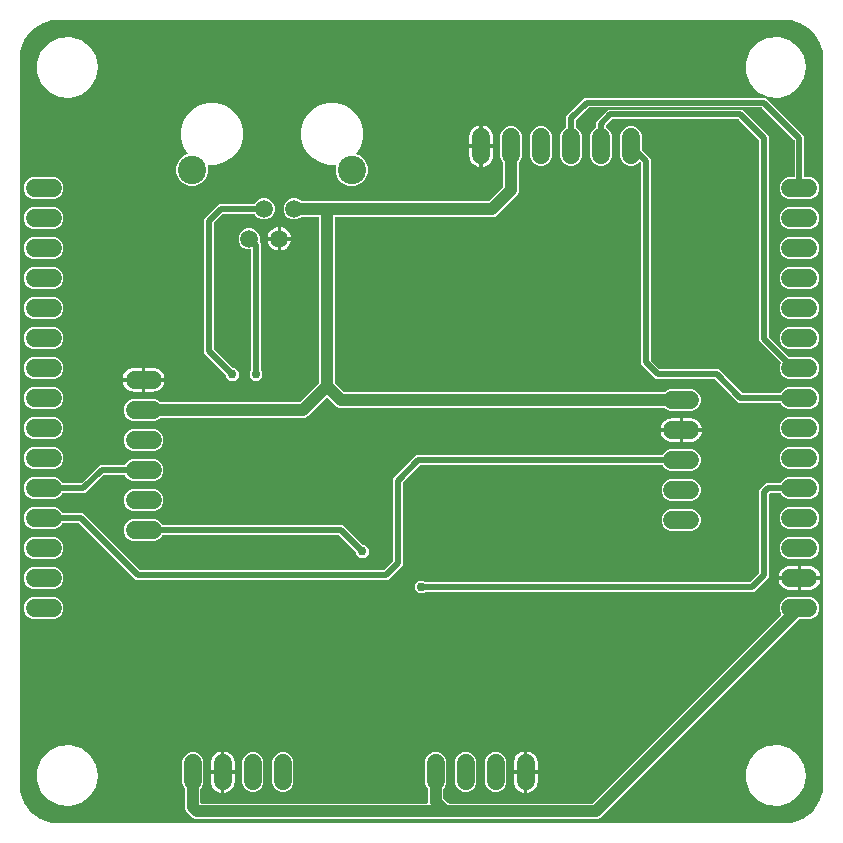
<source format=gbr>
G04 EAGLE Gerber RS-274X export*
G75*
%MOMM*%
%FSLAX34Y34*%
%LPD*%
%INTop Copper*%
%IPPOS*%
%AMOC8*
5,1,8,0,0,1.08239X$1,22.5*%
G01*
%ADD10C,1.524000*%
%ADD11C,2.400000*%
%ADD12C,1.500000*%
%ADD13C,1.508000*%
%ADD14C,1.016000*%
%ADD15C,0.756400*%
%ADD16C,0.508000*%

G36*
X663367Y10162D02*
X663367Y10162D01*
X663519Y10178D01*
X665639Y10639D01*
X665669Y10651D01*
X665743Y10670D01*
X670307Y12372D01*
X670335Y12388D01*
X670406Y12417D01*
X674681Y14752D01*
X674707Y14772D01*
X674773Y14811D01*
X678672Y17730D01*
X678695Y17753D01*
X678755Y17801D01*
X682199Y21246D01*
X682218Y21272D01*
X682270Y21328D01*
X685189Y25227D01*
X685205Y25256D01*
X685248Y25319D01*
X687583Y29594D01*
X687594Y29625D01*
X687628Y29693D01*
X689330Y34257D01*
X689336Y34288D01*
X689349Y34316D01*
X689351Y34332D01*
X689361Y34361D01*
X689822Y36481D01*
X689822Y36489D01*
X689839Y36642D01*
X689839Y663358D01*
X689838Y663367D01*
X689822Y663519D01*
X689361Y665639D01*
X689349Y665669D01*
X689330Y665743D01*
X687628Y670307D01*
X687612Y670335D01*
X687583Y670406D01*
X685248Y674681D01*
X685228Y674707D01*
X685189Y674773D01*
X682270Y678672D01*
X682247Y678695D01*
X682199Y678755D01*
X678755Y682199D01*
X678728Y682218D01*
X678672Y682270D01*
X674773Y685189D01*
X674744Y685205D01*
X674681Y685248D01*
X670406Y687583D01*
X670375Y687594D01*
X670307Y687628D01*
X665743Y689330D01*
X665711Y689337D01*
X665639Y689361D01*
X663524Y689821D01*
X663519Y689822D01*
X663511Y689822D01*
X663358Y689839D01*
X36642Y689839D01*
X36633Y689838D01*
X36481Y689822D01*
X34361Y689361D01*
X34331Y689349D01*
X34257Y689330D01*
X29693Y687628D01*
X29665Y687612D01*
X29594Y687583D01*
X25319Y685248D01*
X25293Y685228D01*
X25227Y685189D01*
X21328Y682270D01*
X21305Y682247D01*
X21246Y682199D01*
X17801Y678755D01*
X17782Y678728D01*
X17730Y678672D01*
X14811Y674773D01*
X14795Y674744D01*
X14752Y674681D01*
X12417Y670406D01*
X12406Y670375D01*
X12372Y670307D01*
X10670Y665743D01*
X10663Y665711D01*
X10639Y665639D01*
X10178Y663519D01*
X10178Y663511D01*
X10161Y663358D01*
X10161Y36642D01*
X10162Y36633D01*
X10178Y36481D01*
X10639Y34361D01*
X10651Y34331D01*
X10670Y34257D01*
X12372Y29693D01*
X12379Y29681D01*
X12381Y29673D01*
X12394Y29651D01*
X12417Y29594D01*
X14752Y25319D01*
X14772Y25293D01*
X14811Y25227D01*
X17730Y21328D01*
X17753Y21305D01*
X17801Y21246D01*
X21246Y17801D01*
X21272Y17782D01*
X21328Y17730D01*
X25227Y14811D01*
X25256Y14795D01*
X25319Y14752D01*
X29594Y12417D01*
X29625Y12406D01*
X29693Y12372D01*
X34257Y10670D01*
X34289Y10663D01*
X34361Y10639D01*
X36476Y10179D01*
X36481Y10178D01*
X36489Y10178D01*
X36642Y10161D01*
X663358Y10161D01*
X663367Y10162D01*
G37*
%LPC*%
G36*
X105261Y350855D02*
X105261Y350855D01*
X101900Y352247D01*
X99327Y354820D01*
X97935Y358181D01*
X97935Y361819D01*
X99327Y365180D01*
X101900Y367753D01*
X105261Y369145D01*
X124139Y369145D01*
X127500Y367753D01*
X128425Y366828D01*
X128499Y366775D01*
X128568Y366715D01*
X128598Y366703D01*
X128625Y366684D01*
X128712Y366657D01*
X128796Y366623D01*
X128837Y366619D01*
X128860Y366612D01*
X128892Y366613D01*
X128963Y366605D01*
X246949Y366605D01*
X247039Y366619D01*
X247130Y366627D01*
X247160Y366639D01*
X247192Y366644D01*
X247272Y366687D01*
X247356Y366723D01*
X247388Y366749D01*
X247409Y366760D01*
X247431Y366783D01*
X247487Y366828D01*
X263172Y382513D01*
X263225Y382587D01*
X263285Y382656D01*
X263297Y382686D01*
X263316Y382713D01*
X263343Y382800D01*
X263377Y382884D01*
X263381Y382925D01*
X263388Y382948D01*
X263387Y382980D01*
X263395Y383051D01*
X263395Y522634D01*
X263392Y522654D01*
X263394Y522673D01*
X263372Y522775D01*
X263356Y522877D01*
X263346Y522894D01*
X263342Y522914D01*
X263289Y523003D01*
X263240Y523094D01*
X263226Y523108D01*
X263216Y523125D01*
X263137Y523192D01*
X263062Y523264D01*
X263044Y523272D01*
X263029Y523285D01*
X262933Y523324D01*
X262839Y523367D01*
X262819Y523369D01*
X262801Y523377D01*
X262634Y523395D01*
X248624Y523395D01*
X248533Y523381D01*
X248443Y523373D01*
X248413Y523361D01*
X248381Y523356D01*
X248300Y523313D01*
X248216Y523277D01*
X248184Y523251D01*
X248163Y523240D01*
X248141Y523217D01*
X248085Y523172D01*
X247462Y522549D01*
X244145Y521175D01*
X240555Y521175D01*
X237238Y522549D01*
X234699Y525088D01*
X233325Y528405D01*
X233325Y531995D01*
X234699Y535312D01*
X237238Y537851D01*
X240555Y539225D01*
X244145Y539225D01*
X247462Y537851D01*
X248485Y536828D01*
X248559Y536775D01*
X248629Y536715D01*
X248659Y536703D01*
X248685Y536684D01*
X248772Y536657D01*
X248857Y536623D01*
X248898Y536619D01*
X248920Y536612D01*
X248952Y536613D01*
X249024Y536605D01*
X406949Y536605D01*
X407039Y536619D01*
X407130Y536627D01*
X407160Y536639D01*
X407192Y536644D01*
X407272Y536687D01*
X407356Y536723D01*
X407388Y536749D01*
X407409Y536760D01*
X407431Y536783D01*
X407487Y536828D01*
X419172Y548513D01*
X419225Y548587D01*
X419285Y548656D01*
X419297Y548686D01*
X419316Y548713D01*
X419343Y548800D01*
X419377Y548884D01*
X419381Y548925D01*
X419388Y548948D01*
X419387Y548980D01*
X419395Y549051D01*
X419395Y568837D01*
X419381Y568927D01*
X419373Y569018D01*
X419361Y569048D01*
X419356Y569080D01*
X419313Y569160D01*
X419277Y569244D01*
X419251Y569276D01*
X419240Y569297D01*
X419217Y569319D01*
X419172Y569375D01*
X418247Y570300D01*
X416855Y573661D01*
X416855Y592539D01*
X418247Y595900D01*
X420820Y598473D01*
X424181Y599865D01*
X427819Y599865D01*
X431180Y598473D01*
X433753Y595900D01*
X435145Y592539D01*
X435145Y573661D01*
X433753Y570300D01*
X432828Y569375D01*
X432775Y569301D01*
X432715Y569232D01*
X432703Y569202D01*
X432684Y569175D01*
X432657Y569088D01*
X432623Y569004D01*
X432619Y568963D01*
X432612Y568940D01*
X432613Y568908D01*
X432605Y568837D01*
X432605Y544686D01*
X431599Y542259D01*
X413741Y524401D01*
X411314Y523395D01*
X277366Y523395D01*
X277346Y523392D01*
X277327Y523394D01*
X277225Y523372D01*
X277123Y523356D01*
X277106Y523346D01*
X277086Y523342D01*
X276997Y523289D01*
X276906Y523240D01*
X276892Y523226D01*
X276875Y523216D01*
X276808Y523137D01*
X276736Y523062D01*
X276728Y523044D01*
X276715Y523029D01*
X276676Y522933D01*
X276633Y522839D01*
X276631Y522819D01*
X276623Y522801D01*
X276605Y522634D01*
X276605Y383051D01*
X276619Y382961D01*
X276627Y382870D01*
X276639Y382840D01*
X276644Y382808D01*
X276687Y382728D01*
X276723Y382644D01*
X276749Y382612D01*
X276760Y382591D01*
X276783Y382569D01*
X276828Y382513D01*
X284413Y374928D01*
X284487Y374875D01*
X284556Y374815D01*
X284586Y374803D01*
X284613Y374784D01*
X284700Y374757D01*
X284784Y374723D01*
X284825Y374719D01*
X284848Y374712D01*
X284880Y374713D01*
X284951Y374705D01*
X555930Y374705D01*
X556020Y374719D01*
X556111Y374727D01*
X556141Y374739D01*
X556173Y374744D01*
X556253Y374787D01*
X556337Y374823D01*
X556369Y374849D01*
X556390Y374860D01*
X556412Y374883D01*
X556468Y374928D01*
X557325Y375785D01*
X560657Y377165D01*
X579343Y377165D01*
X582675Y375785D01*
X585225Y373235D01*
X586605Y369903D01*
X586605Y366297D01*
X585225Y362965D01*
X582675Y360415D01*
X579343Y359035D01*
X560657Y359035D01*
X557325Y360415D01*
X556468Y361272D01*
X556394Y361325D01*
X556325Y361385D01*
X556295Y361397D01*
X556269Y361416D01*
X556181Y361443D01*
X556097Y361477D01*
X556056Y361481D01*
X556033Y361488D01*
X556001Y361487D01*
X555930Y361495D01*
X280586Y361495D01*
X278159Y362501D01*
X270538Y370121D01*
X270522Y370133D01*
X270510Y370148D01*
X270422Y370205D01*
X270339Y370265D01*
X270320Y370271D01*
X270303Y370281D01*
X270202Y370307D01*
X270103Y370337D01*
X270084Y370337D01*
X270064Y370341D01*
X269961Y370333D01*
X269858Y370331D01*
X269839Y370324D01*
X269819Y370322D01*
X269724Y370282D01*
X269627Y370246D01*
X269611Y370234D01*
X269593Y370226D01*
X269462Y370121D01*
X253741Y354401D01*
X251314Y353395D01*
X128963Y353395D01*
X128873Y353381D01*
X128782Y353373D01*
X128752Y353361D01*
X128720Y353356D01*
X128640Y353313D01*
X128556Y353277D01*
X128524Y353251D01*
X128503Y353240D01*
X128481Y353217D01*
X128425Y353172D01*
X127500Y352247D01*
X124139Y350855D01*
X105261Y350855D01*
G37*
%LPD*%
%LPC*%
G36*
X158686Y13395D02*
X158686Y13395D01*
X156259Y14401D01*
X150701Y19959D01*
X149695Y22386D01*
X149695Y38837D01*
X149681Y38927D01*
X149673Y39018D01*
X149661Y39048D01*
X149656Y39080D01*
X149613Y39160D01*
X149577Y39244D01*
X149551Y39276D01*
X149540Y39297D01*
X149517Y39319D01*
X149472Y39375D01*
X148547Y40300D01*
X147155Y43661D01*
X147155Y62539D01*
X148547Y65900D01*
X151120Y68473D01*
X154481Y69865D01*
X158119Y69865D01*
X161480Y68473D01*
X164053Y65900D01*
X165445Y62539D01*
X165445Y43661D01*
X164053Y40300D01*
X163128Y39375D01*
X163075Y39301D01*
X163015Y39232D01*
X163003Y39202D01*
X162984Y39175D01*
X162957Y39088D01*
X162923Y39004D01*
X162919Y38963D01*
X162912Y38940D01*
X162913Y38908D01*
X162905Y38837D01*
X162905Y27366D01*
X162908Y27346D01*
X162906Y27327D01*
X162928Y27225D01*
X162944Y27123D01*
X162954Y27106D01*
X162958Y27086D01*
X163011Y26997D01*
X163060Y26906D01*
X163074Y26892D01*
X163084Y26875D01*
X163163Y26808D01*
X163238Y26736D01*
X163256Y26728D01*
X163271Y26715D01*
X163367Y26676D01*
X163461Y26633D01*
X163481Y26631D01*
X163499Y26623D01*
X163666Y26605D01*
X354634Y26605D01*
X354654Y26608D01*
X354673Y26606D01*
X354775Y26628D01*
X354877Y26644D01*
X354894Y26654D01*
X354914Y26658D01*
X355003Y26711D01*
X355094Y26760D01*
X355108Y26774D01*
X355125Y26784D01*
X355192Y26863D01*
X355264Y26938D01*
X355272Y26956D01*
X355285Y26971D01*
X355324Y27067D01*
X355367Y27161D01*
X355369Y27181D01*
X355377Y27199D01*
X355395Y27366D01*
X355395Y38837D01*
X355381Y38927D01*
X355373Y39018D01*
X355361Y39048D01*
X355356Y39080D01*
X355313Y39160D01*
X355277Y39244D01*
X355251Y39276D01*
X355240Y39297D01*
X355217Y39319D01*
X355172Y39375D01*
X354247Y40300D01*
X352855Y43661D01*
X352855Y62539D01*
X354247Y65900D01*
X356820Y68473D01*
X360181Y69865D01*
X363819Y69865D01*
X367180Y68473D01*
X369753Y65900D01*
X371145Y62539D01*
X371145Y43661D01*
X369753Y40300D01*
X368828Y39375D01*
X368775Y39301D01*
X368715Y39232D01*
X368703Y39202D01*
X368684Y39175D01*
X368657Y39088D01*
X368623Y39004D01*
X368619Y38963D01*
X368612Y38940D01*
X368613Y38908D01*
X368605Y38837D01*
X368605Y31051D01*
X368619Y30961D01*
X368627Y30870D01*
X368639Y30840D01*
X368644Y30808D01*
X368687Y30728D01*
X368723Y30644D01*
X368749Y30612D01*
X368760Y30591D01*
X368783Y30569D01*
X368828Y30513D01*
X372513Y26828D01*
X372587Y26775D01*
X372656Y26715D01*
X372686Y26703D01*
X372713Y26684D01*
X372800Y26657D01*
X372884Y26623D01*
X372925Y26619D01*
X372948Y26612D01*
X372980Y26613D01*
X373051Y26605D01*
X494749Y26605D01*
X494839Y26619D01*
X494930Y26627D01*
X494960Y26639D01*
X494992Y26644D01*
X495072Y26687D01*
X495156Y26723D01*
X495188Y26749D01*
X495209Y26760D01*
X495231Y26783D01*
X495287Y26828D01*
X654517Y186058D01*
X654585Y186152D01*
X654655Y186246D01*
X654657Y186253D01*
X654661Y186258D01*
X654695Y186368D01*
X654731Y186480D01*
X654731Y186487D01*
X654733Y186493D01*
X654730Y186609D01*
X654729Y186726D01*
X654727Y186734D01*
X654727Y186739D01*
X654720Y186756D01*
X654682Y186887D01*
X653235Y190381D01*
X653235Y194019D01*
X654627Y197380D01*
X657200Y199953D01*
X660561Y201345D01*
X679439Y201345D01*
X682800Y199953D01*
X685373Y197380D01*
X686765Y194019D01*
X686765Y190381D01*
X685373Y187020D01*
X682800Y184447D01*
X679439Y183055D01*
X670511Y183055D01*
X670421Y183041D01*
X670330Y183033D01*
X670300Y183021D01*
X670268Y183016D01*
X670188Y182973D01*
X670104Y182937D01*
X670072Y182911D01*
X670051Y182900D01*
X670029Y182877D01*
X669973Y182832D01*
X503506Y16366D01*
X501541Y14401D01*
X499114Y13395D01*
X158686Y13395D01*
G37*
%LPD*%
%LPC*%
G36*
X108316Y215935D02*
X108316Y215935D01*
X60139Y264112D01*
X60065Y264165D01*
X59996Y264225D01*
X59966Y264237D01*
X59940Y264256D01*
X59853Y264283D01*
X59768Y264317D01*
X59727Y264321D01*
X59704Y264328D01*
X59672Y264327D01*
X59601Y264335D01*
X46343Y264335D01*
X46228Y264316D01*
X46112Y264299D01*
X46107Y264297D01*
X46100Y264296D01*
X45998Y264241D01*
X45893Y264188D01*
X45889Y264183D01*
X45883Y264180D01*
X45803Y264096D01*
X45721Y264012D01*
X45717Y264006D01*
X45714Y264002D01*
X45706Y263985D01*
X45640Y263865D01*
X45373Y263220D01*
X42800Y260647D01*
X39439Y259255D01*
X20561Y259255D01*
X17200Y260647D01*
X14627Y263220D01*
X13235Y266581D01*
X13235Y270219D01*
X14627Y273580D01*
X17200Y276153D01*
X20561Y277545D01*
X39439Y277545D01*
X42800Y276153D01*
X45373Y273580D01*
X45640Y272935D01*
X45701Y272835D01*
X45761Y272735D01*
X45766Y272731D01*
X45769Y272726D01*
X45860Y272651D01*
X45948Y272575D01*
X45954Y272573D01*
X45959Y272569D01*
X46067Y272527D01*
X46176Y272483D01*
X46184Y272482D01*
X46189Y272481D01*
X46207Y272480D01*
X46343Y272465D01*
X63284Y272465D01*
X111461Y224288D01*
X111535Y224235D01*
X111604Y224175D01*
X111634Y224163D01*
X111660Y224144D01*
X111747Y224117D01*
X111832Y224083D01*
X111873Y224079D01*
X111896Y224072D01*
X111928Y224073D01*
X111999Y224065D01*
X318001Y224065D01*
X318091Y224079D01*
X318182Y224087D01*
X318212Y224099D01*
X318244Y224104D01*
X318324Y224147D01*
X318408Y224183D01*
X318440Y224209D01*
X318461Y224220D01*
X318468Y224226D01*
X318468Y224227D01*
X318485Y224244D01*
X318539Y224288D01*
X325712Y231461D01*
X325765Y231535D01*
X325825Y231604D01*
X325837Y231634D01*
X325856Y231660D01*
X325883Y231747D01*
X325917Y231832D01*
X325921Y231873D01*
X325928Y231896D01*
X325927Y231928D01*
X325935Y231999D01*
X325935Y301684D01*
X345616Y321365D01*
X553823Y321365D01*
X553938Y321384D01*
X554054Y321401D01*
X554060Y321403D01*
X554066Y321404D01*
X554168Y321459D01*
X554274Y321512D01*
X554278Y321517D01*
X554284Y321520D01*
X554364Y321604D01*
X554446Y321688D01*
X554449Y321694D01*
X554453Y321698D01*
X554461Y321715D01*
X554527Y321835D01*
X554775Y322435D01*
X557325Y324985D01*
X560657Y326365D01*
X579343Y326365D01*
X582675Y324985D01*
X585225Y322435D01*
X586605Y319103D01*
X586605Y315497D01*
X585225Y312165D01*
X582675Y309615D01*
X579343Y308235D01*
X560657Y308235D01*
X557325Y309615D01*
X554775Y312165D01*
X554527Y312765D01*
X554465Y312865D01*
X554405Y312965D01*
X554400Y312969D01*
X554397Y312974D01*
X554307Y313049D01*
X554218Y313125D01*
X554212Y313127D01*
X554208Y313131D01*
X554099Y313173D01*
X553990Y313217D01*
X553983Y313218D01*
X553978Y313219D01*
X553960Y313220D01*
X553823Y313235D01*
X349299Y313235D01*
X349209Y313221D01*
X349118Y313213D01*
X349088Y313201D01*
X349056Y313196D01*
X348976Y313153D01*
X348892Y313117D01*
X348860Y313091D01*
X348839Y313080D01*
X348817Y313057D01*
X348761Y313012D01*
X334288Y298539D01*
X334235Y298465D01*
X334175Y298396D01*
X334163Y298366D01*
X334144Y298340D01*
X334117Y298253D01*
X334083Y298168D01*
X334079Y298127D01*
X334072Y298104D01*
X334073Y298072D01*
X334065Y298001D01*
X334065Y228316D01*
X321684Y215935D01*
X108316Y215935D01*
G37*
%LPD*%
%LPC*%
G36*
X660561Y386255D02*
X660561Y386255D01*
X657200Y387647D01*
X654627Y390220D01*
X653235Y393581D01*
X653235Y397219D01*
X654153Y399434D01*
X654179Y399548D01*
X654208Y399661D01*
X654208Y399668D01*
X654209Y399674D01*
X654198Y399790D01*
X654189Y399907D01*
X654187Y399912D01*
X654186Y399919D01*
X654138Y400026D01*
X654093Y400133D01*
X654088Y400139D01*
X654086Y400143D01*
X654073Y400157D01*
X653988Y400264D01*
X635935Y418316D01*
X635935Y588001D01*
X635921Y588091D01*
X635913Y588182D01*
X635901Y588212D01*
X635896Y588244D01*
X635853Y588324D01*
X635817Y588408D01*
X635791Y588440D01*
X635780Y588461D01*
X635757Y588483D01*
X635712Y588539D01*
X618539Y605712D01*
X618465Y605765D01*
X618396Y605825D01*
X618366Y605837D01*
X618340Y605856D01*
X618253Y605883D01*
X618168Y605917D01*
X618127Y605921D01*
X618104Y605928D01*
X618072Y605927D01*
X618001Y605935D01*
X511999Y605935D01*
X511909Y605921D01*
X511818Y605913D01*
X511788Y605901D01*
X511756Y605896D01*
X511676Y605853D01*
X511592Y605817D01*
X511560Y605791D01*
X511539Y605780D01*
X511517Y605757D01*
X511461Y605712D01*
X506488Y600739D01*
X506435Y600665D01*
X506375Y600596D01*
X506363Y600566D01*
X506344Y600540D01*
X506317Y600453D01*
X506283Y600368D01*
X506279Y600327D01*
X506272Y600304D01*
X506273Y600272D01*
X506265Y600201D01*
X506265Y599443D01*
X506284Y599328D01*
X506301Y599212D01*
X506303Y599207D01*
X506304Y599200D01*
X506359Y599098D01*
X506412Y598993D01*
X506417Y598989D01*
X506420Y598983D01*
X506504Y598903D01*
X506588Y598821D01*
X506594Y598817D01*
X506598Y598814D01*
X506615Y598806D01*
X506735Y598740D01*
X507380Y598473D01*
X509953Y595900D01*
X511345Y592539D01*
X511345Y573661D01*
X509953Y570300D01*
X507380Y567727D01*
X504019Y566335D01*
X500381Y566335D01*
X497020Y567727D01*
X494447Y570300D01*
X493055Y573661D01*
X493055Y592539D01*
X494447Y595900D01*
X497020Y598473D01*
X497665Y598740D01*
X497765Y598801D01*
X497865Y598861D01*
X497869Y598866D01*
X497874Y598869D01*
X497949Y598960D01*
X498025Y599048D01*
X498027Y599054D01*
X498031Y599059D01*
X498073Y599167D01*
X498117Y599276D01*
X498118Y599284D01*
X498119Y599289D01*
X498120Y599307D01*
X498135Y599443D01*
X498135Y603884D01*
X508316Y614065D01*
X621684Y614065D01*
X644065Y591684D01*
X644065Y421999D01*
X644069Y421971D01*
X644068Y421958D01*
X644080Y421901D01*
X644087Y421818D01*
X644099Y421788D01*
X644104Y421756D01*
X644116Y421734D01*
X644120Y421717D01*
X644153Y421662D01*
X644183Y421592D01*
X644209Y421560D01*
X644220Y421539D01*
X644236Y421523D01*
X644246Y421506D01*
X644263Y421492D01*
X644288Y421461D01*
X660981Y404768D01*
X661055Y404715D01*
X661124Y404655D01*
X661154Y404643D01*
X661180Y404624D01*
X661267Y404597D01*
X661352Y404563D01*
X661393Y404559D01*
X661415Y404552D01*
X661448Y404553D01*
X661519Y404545D01*
X679439Y404545D01*
X682800Y403153D01*
X685373Y400580D01*
X686765Y397219D01*
X686765Y393581D01*
X685373Y390220D01*
X682800Y387647D01*
X679439Y386255D01*
X660561Y386255D01*
G37*
%LPD*%
%LPC*%
G36*
X347802Y204693D02*
X347802Y204693D01*
X344693Y207802D01*
X344693Y212198D01*
X347802Y215307D01*
X352198Y215307D01*
X353217Y214288D01*
X353291Y214235D01*
X353361Y214175D01*
X353391Y214163D01*
X353417Y214144D01*
X353504Y214117D01*
X353589Y214083D01*
X353630Y214079D01*
X353652Y214072D01*
X353684Y214073D01*
X353755Y214065D01*
X628001Y214065D01*
X628091Y214079D01*
X628182Y214087D01*
X628212Y214099D01*
X628244Y214104D01*
X628324Y214147D01*
X628408Y214183D01*
X628440Y214209D01*
X628461Y214220D01*
X628483Y214243D01*
X628539Y214288D01*
X635712Y221461D01*
X635765Y221535D01*
X635825Y221604D01*
X635837Y221634D01*
X635856Y221660D01*
X635883Y221747D01*
X635917Y221832D01*
X635921Y221873D01*
X635928Y221896D01*
X635927Y221928D01*
X635935Y221999D01*
X635935Y291684D01*
X642116Y297865D01*
X653657Y297865D01*
X653772Y297884D01*
X653888Y297901D01*
X653893Y297903D01*
X653900Y297904D01*
X654002Y297959D01*
X654107Y298012D01*
X654111Y298017D01*
X654117Y298020D01*
X654197Y298104D01*
X654279Y298188D01*
X654283Y298194D01*
X654286Y298198D01*
X654294Y298215D01*
X654360Y298335D01*
X654627Y298980D01*
X657200Y301553D01*
X660561Y302945D01*
X679439Y302945D01*
X682800Y301553D01*
X685373Y298980D01*
X686765Y295619D01*
X686765Y291981D01*
X685373Y288620D01*
X682800Y286047D01*
X679439Y284655D01*
X660561Y284655D01*
X657200Y286047D01*
X654627Y288620D01*
X654360Y289265D01*
X654299Y289364D01*
X654239Y289465D01*
X654234Y289469D01*
X654231Y289474D01*
X654140Y289549D01*
X654052Y289625D01*
X654046Y289627D01*
X654041Y289631D01*
X653933Y289673D01*
X653824Y289717D01*
X653816Y289718D01*
X653811Y289719D01*
X653793Y289720D01*
X653657Y289735D01*
X645799Y289735D01*
X645709Y289721D01*
X645618Y289713D01*
X645588Y289701D01*
X645556Y289696D01*
X645476Y289653D01*
X645392Y289617D01*
X645360Y289591D01*
X645339Y289580D01*
X645317Y289557D01*
X645261Y289512D01*
X644288Y288539D01*
X644243Y288478D01*
X644212Y288445D01*
X644207Y288433D01*
X644175Y288396D01*
X644163Y288366D01*
X644144Y288340D01*
X644117Y288253D01*
X644083Y288168D01*
X644079Y288127D01*
X644072Y288104D01*
X644073Y288072D01*
X644065Y288001D01*
X644065Y218316D01*
X631684Y205935D01*
X353755Y205935D01*
X353665Y205921D01*
X353574Y205913D01*
X353545Y205901D01*
X353513Y205896D01*
X353432Y205853D01*
X353348Y205817D01*
X353316Y205791D01*
X353295Y205780D01*
X353273Y205757D01*
X353217Y205712D01*
X352198Y204693D01*
X347802Y204693D01*
G37*
%LPD*%
%LPC*%
G36*
X660561Y360855D02*
X660561Y360855D01*
X657200Y362247D01*
X654627Y364820D01*
X654360Y365465D01*
X654299Y365564D01*
X654239Y365665D01*
X654234Y365669D01*
X654231Y365674D01*
X654140Y365749D01*
X654052Y365825D01*
X654046Y365827D01*
X654041Y365831D01*
X653933Y365873D01*
X653824Y365917D01*
X653816Y365918D01*
X653811Y365919D01*
X653793Y365920D01*
X653657Y365935D01*
X618316Y365935D01*
X598539Y385712D01*
X598465Y385765D01*
X598396Y385825D01*
X598366Y385837D01*
X598340Y385856D01*
X598253Y385883D01*
X598168Y385917D01*
X598127Y385921D01*
X598104Y385928D01*
X598072Y385927D01*
X598001Y385935D01*
X548316Y385935D01*
X535935Y398316D01*
X535935Y568701D01*
X535921Y568791D01*
X535913Y568882D01*
X535901Y568912D01*
X535896Y568944D01*
X535853Y569024D01*
X535817Y569108D01*
X535791Y569141D01*
X535780Y569161D01*
X535757Y569183D01*
X535712Y569239D01*
X535540Y569411D01*
X535524Y569423D01*
X535512Y569438D01*
X535425Y569494D01*
X535341Y569555D01*
X535322Y569561D01*
X535305Y569571D01*
X535204Y569597D01*
X535106Y569627D01*
X535086Y569627D01*
X535066Y569631D01*
X534963Y569623D01*
X534860Y569621D01*
X534841Y569614D01*
X534821Y569612D01*
X534726Y569572D01*
X534629Y569536D01*
X534613Y569524D01*
X534595Y569516D01*
X534464Y569411D01*
X532780Y567727D01*
X529419Y566335D01*
X525781Y566335D01*
X522420Y567727D01*
X519847Y570300D01*
X518455Y573661D01*
X518455Y592539D01*
X519847Y595900D01*
X522420Y598473D01*
X525781Y599865D01*
X529419Y599865D01*
X532780Y598473D01*
X535353Y595900D01*
X536745Y592539D01*
X536745Y580019D01*
X536759Y579929D01*
X536767Y579838D01*
X536779Y579808D01*
X536784Y579776D01*
X536827Y579696D01*
X536863Y579612D01*
X536889Y579580D01*
X536900Y579559D01*
X536923Y579537D01*
X536968Y579481D01*
X541461Y574988D01*
X544065Y572384D01*
X544065Y401999D01*
X544079Y401909D01*
X544087Y401818D01*
X544099Y401788D01*
X544104Y401756D01*
X544147Y401676D01*
X544183Y401592D01*
X544209Y401560D01*
X544220Y401539D01*
X544243Y401517D01*
X544288Y401461D01*
X551461Y394288D01*
X551535Y394235D01*
X551604Y394175D01*
X551634Y394163D01*
X551660Y394144D01*
X551747Y394117D01*
X551832Y394083D01*
X551873Y394079D01*
X551896Y394072D01*
X551928Y394073D01*
X551999Y394065D01*
X601684Y394065D01*
X621461Y374288D01*
X621535Y374235D01*
X621604Y374175D01*
X621634Y374163D01*
X621660Y374144D01*
X621747Y374117D01*
X621832Y374083D01*
X621873Y374079D01*
X621896Y374072D01*
X621928Y374073D01*
X621999Y374065D01*
X653657Y374065D01*
X653772Y374084D01*
X653888Y374101D01*
X653893Y374103D01*
X653900Y374104D01*
X654002Y374159D01*
X654107Y374212D01*
X654111Y374217D01*
X654117Y374220D01*
X654197Y374304D01*
X654279Y374388D01*
X654283Y374394D01*
X654286Y374398D01*
X654294Y374415D01*
X654360Y374535D01*
X654627Y375180D01*
X657200Y377753D01*
X660561Y379145D01*
X679439Y379145D01*
X682800Y377753D01*
X685373Y375180D01*
X686765Y371819D01*
X686765Y368181D01*
X685373Y364820D01*
X682800Y362247D01*
X679439Y360855D01*
X660561Y360855D01*
G37*
%LPD*%
%LPC*%
G36*
X660561Y538655D02*
X660561Y538655D01*
X657200Y540047D01*
X654627Y542620D01*
X653235Y545981D01*
X653235Y549619D01*
X654627Y552980D01*
X657200Y555553D01*
X660561Y556945D01*
X665174Y556945D01*
X665194Y556948D01*
X665213Y556946D01*
X665315Y556968D01*
X665417Y556984D01*
X665434Y556994D01*
X665454Y556998D01*
X665543Y557051D01*
X665634Y557100D01*
X665648Y557114D01*
X665665Y557124D01*
X665732Y557203D01*
X665804Y557278D01*
X665812Y557296D01*
X665825Y557311D01*
X665864Y557407D01*
X665907Y557501D01*
X665909Y557521D01*
X665917Y557539D01*
X665935Y557706D01*
X665935Y588001D01*
X665921Y588091D01*
X665913Y588182D01*
X665901Y588212D01*
X665896Y588244D01*
X665853Y588324D01*
X665817Y588408D01*
X665791Y588440D01*
X665780Y588461D01*
X665757Y588483D01*
X665712Y588539D01*
X638539Y615712D01*
X638465Y615765D01*
X638396Y615825D01*
X638366Y615837D01*
X638340Y615856D01*
X638253Y615883D01*
X638168Y615917D01*
X638127Y615921D01*
X638104Y615928D01*
X638072Y615927D01*
X638001Y615935D01*
X491999Y615935D01*
X491909Y615921D01*
X491818Y615913D01*
X491788Y615901D01*
X491756Y615896D01*
X491676Y615853D01*
X491592Y615817D01*
X491560Y615791D01*
X491539Y615780D01*
X491517Y615757D01*
X491461Y615712D01*
X481088Y605339D01*
X481035Y605265D01*
X480975Y605196D01*
X480963Y605166D01*
X480944Y605140D01*
X480917Y605053D01*
X480883Y604968D01*
X480879Y604927D01*
X480872Y604904D01*
X480873Y604872D01*
X480865Y604801D01*
X480865Y599443D01*
X480884Y599328D01*
X480901Y599212D01*
X480903Y599207D01*
X480904Y599200D01*
X480959Y599098D01*
X481012Y598993D01*
X481017Y598989D01*
X481020Y598983D01*
X481104Y598903D01*
X481188Y598821D01*
X481194Y598817D01*
X481198Y598814D01*
X481215Y598806D01*
X481335Y598740D01*
X481980Y598473D01*
X484553Y595900D01*
X485945Y592539D01*
X485945Y573661D01*
X484553Y570300D01*
X481980Y567727D01*
X478619Y566335D01*
X474981Y566335D01*
X471620Y567727D01*
X469047Y570300D01*
X467655Y573661D01*
X467655Y592539D01*
X469047Y595900D01*
X471620Y598473D01*
X472265Y598740D01*
X472365Y598801D01*
X472465Y598861D01*
X472469Y598866D01*
X472474Y598869D01*
X472549Y598960D01*
X472625Y599048D01*
X472627Y599054D01*
X472631Y599059D01*
X472673Y599167D01*
X472717Y599276D01*
X472718Y599284D01*
X472719Y599289D01*
X472720Y599307D01*
X472735Y599443D01*
X472735Y608484D01*
X488316Y624065D01*
X641696Y624065D01*
X641746Y624002D01*
X644288Y621461D01*
X674065Y591684D01*
X674065Y557706D01*
X674068Y557686D01*
X674066Y557667D01*
X674088Y557565D01*
X674104Y557463D01*
X674114Y557446D01*
X674118Y557426D01*
X674171Y557337D01*
X674220Y557246D01*
X674234Y557232D01*
X674244Y557215D01*
X674323Y557148D01*
X674398Y557076D01*
X674416Y557068D01*
X674431Y557055D01*
X674527Y557016D01*
X674621Y556973D01*
X674641Y556971D01*
X674659Y556963D01*
X674826Y556945D01*
X679439Y556945D01*
X682800Y555553D01*
X685373Y552980D01*
X686765Y549619D01*
X686765Y545981D01*
X685373Y542620D01*
X682800Y540047D01*
X679439Y538655D01*
X660561Y538655D01*
G37*
%LPD*%
%LPC*%
G36*
X153110Y549675D02*
X153110Y549675D01*
X148139Y551734D01*
X144334Y555539D01*
X142275Y560510D01*
X142275Y565890D01*
X144334Y570861D01*
X148139Y574666D01*
X151611Y576104D01*
X151650Y576128D01*
X151693Y576144D01*
X151754Y576192D01*
X151820Y576233D01*
X151849Y576269D01*
X151885Y576298D01*
X151927Y576363D01*
X151977Y576423D01*
X151993Y576466D01*
X152018Y576504D01*
X152037Y576580D01*
X152065Y576653D01*
X152067Y576698D01*
X152078Y576743D01*
X152072Y576820D01*
X152075Y576898D01*
X152062Y576942D01*
X152059Y576988D01*
X152028Y577060D01*
X152007Y577135D01*
X151981Y577172D01*
X151963Y577214D01*
X151877Y577321D01*
X151866Y577337D01*
X151862Y577340D01*
X151858Y577345D01*
X151566Y577637D01*
X148122Y583602D01*
X146339Y590256D01*
X146339Y597144D01*
X148122Y603798D01*
X151566Y609763D01*
X156437Y614634D01*
X162402Y618078D01*
X169056Y619861D01*
X175944Y619861D01*
X182598Y618078D01*
X188563Y614634D01*
X193434Y609763D01*
X196878Y603798D01*
X198661Y597144D01*
X198661Y590256D01*
X196878Y583602D01*
X193434Y577637D01*
X188563Y572766D01*
X182598Y569322D01*
X175944Y567539D01*
X169781Y567539D01*
X169736Y567532D01*
X169690Y567534D01*
X169615Y567512D01*
X169538Y567500D01*
X169498Y567478D01*
X169454Y567465D01*
X169390Y567421D01*
X169321Y567384D01*
X169289Y567351D01*
X169251Y567325D01*
X169205Y567262D01*
X169151Y567206D01*
X169132Y567164D01*
X169105Y567128D01*
X169081Y567054D01*
X169048Y566983D01*
X169043Y566937D01*
X169029Y566894D01*
X169029Y566816D01*
X169021Y566739D01*
X169030Y566694D01*
X169031Y566648D01*
X169069Y566517D01*
X169073Y566498D01*
X169076Y566494D01*
X169078Y566487D01*
X169325Y565890D01*
X169325Y560510D01*
X167266Y555539D01*
X163461Y551734D01*
X158490Y549675D01*
X153110Y549675D01*
G37*
%LPD*%
%LPC*%
G36*
X288110Y549675D02*
X288110Y549675D01*
X283139Y551734D01*
X279334Y555539D01*
X277275Y560510D01*
X277275Y565890D01*
X277522Y566487D01*
X277533Y566531D01*
X277552Y566573D01*
X277561Y566650D01*
X277579Y566726D01*
X277574Y566772D01*
X277579Y566817D01*
X277563Y566894D01*
X277555Y566971D01*
X277537Y567013D01*
X277527Y567058D01*
X277487Y567125D01*
X277455Y567196D01*
X277424Y567230D01*
X277401Y567269D01*
X277342Y567320D01*
X277289Y567377D01*
X277249Y567399D01*
X277214Y567429D01*
X277142Y567458D01*
X277074Y567495D01*
X277028Y567504D01*
X276986Y567521D01*
X276850Y567536D01*
X276831Y567539D01*
X276827Y567538D01*
X276819Y567539D01*
X270656Y567539D01*
X264002Y569322D01*
X258037Y572766D01*
X253166Y577637D01*
X249722Y583602D01*
X247939Y590256D01*
X247939Y597144D01*
X249722Y603798D01*
X253166Y609763D01*
X258037Y614634D01*
X264002Y618078D01*
X270656Y619861D01*
X277544Y619861D01*
X284198Y618078D01*
X290163Y614634D01*
X295034Y609763D01*
X298478Y603798D01*
X300261Y597144D01*
X300261Y590256D01*
X298478Y583602D01*
X295034Y577637D01*
X294742Y577345D01*
X294716Y577308D01*
X294682Y577277D01*
X294644Y577209D01*
X294599Y577146D01*
X294585Y577102D01*
X294563Y577062D01*
X294549Y576985D01*
X294526Y576911D01*
X294528Y576865D01*
X294519Y576820D01*
X294531Y576743D01*
X294533Y576665D01*
X294548Y576622D01*
X294555Y576576D01*
X294590Y576507D01*
X294617Y576434D01*
X294646Y576398D01*
X294667Y576357D01*
X294722Y576302D01*
X294771Y576242D01*
X294809Y576217D01*
X294842Y576185D01*
X294962Y576119D01*
X294978Y576109D01*
X294983Y576107D01*
X294989Y576104D01*
X298461Y574666D01*
X302266Y570861D01*
X304325Y565890D01*
X304325Y560510D01*
X302266Y555539D01*
X298461Y551734D01*
X293490Y549675D01*
X288110Y549675D01*
G37*
%LPD*%
%LPC*%
G36*
X642909Y625080D02*
X642909Y625080D01*
X642624Y625222D01*
X642623Y625222D01*
X642494Y625262D01*
X642389Y625294D01*
X642388Y625294D01*
X642307Y625292D01*
X642293Y625317D01*
X642239Y625363D01*
X642191Y625417D01*
X642130Y625456D01*
X642106Y625477D01*
X642084Y625486D01*
X642050Y625507D01*
X634386Y629324D01*
X627971Y636360D01*
X624532Y645239D01*
X624532Y654761D01*
X627971Y663640D01*
X634386Y670676D01*
X642909Y674920D01*
X652391Y675799D01*
X661549Y673193D01*
X669147Y667455D01*
X674160Y659360D01*
X675910Y650000D01*
X674160Y640640D01*
X669147Y632545D01*
X661549Y626807D01*
X652391Y624201D01*
X642909Y625080D01*
G37*
%LPD*%
%LPC*%
G36*
X42909Y625080D02*
X42909Y625080D01*
X34386Y629324D01*
X27971Y636360D01*
X24532Y645239D01*
X24532Y654761D01*
X27971Y663640D01*
X34386Y670676D01*
X42909Y674920D01*
X52391Y675799D01*
X61549Y673193D01*
X69147Y667455D01*
X74160Y659360D01*
X75910Y650000D01*
X74160Y640640D01*
X69147Y632545D01*
X61549Y626807D01*
X52391Y624201D01*
X42909Y625080D01*
G37*
%LPD*%
%LPC*%
G36*
X642909Y25080D02*
X642909Y25080D01*
X634386Y29324D01*
X627971Y36360D01*
X624532Y45239D01*
X624532Y54761D01*
X627971Y63640D01*
X634386Y70676D01*
X642909Y74920D01*
X652391Y75799D01*
X661549Y73193D01*
X669147Y67455D01*
X674160Y59360D01*
X675910Y50000D01*
X674160Y40640D01*
X669147Y32545D01*
X661549Y26807D01*
X652391Y24201D01*
X642909Y25080D01*
G37*
%LPD*%
%LPC*%
G36*
X42909Y25080D02*
X42909Y25080D01*
X34386Y29324D01*
X27971Y36360D01*
X24532Y45239D01*
X24532Y54761D01*
X27971Y63640D01*
X34386Y70676D01*
X42909Y74920D01*
X52391Y75799D01*
X61549Y73193D01*
X69147Y67455D01*
X74160Y59360D01*
X75910Y50000D01*
X74160Y40640D01*
X69147Y32545D01*
X61549Y26807D01*
X52391Y24201D01*
X42909Y25080D01*
G37*
%LPD*%
%LPC*%
G36*
X297802Y234693D02*
X297802Y234693D01*
X294693Y237802D01*
X294693Y239243D01*
X294679Y239333D01*
X294671Y239424D01*
X294659Y239454D01*
X294654Y239486D01*
X294611Y239566D01*
X294575Y239650D01*
X294549Y239682D01*
X294538Y239703D01*
X294515Y239725D01*
X294470Y239781D01*
X280139Y254112D01*
X280065Y254165D01*
X279996Y254225D01*
X279966Y254237D01*
X279940Y254256D01*
X279853Y254283D01*
X279768Y254317D01*
X279727Y254321D01*
X279704Y254328D01*
X279672Y254327D01*
X279601Y254335D01*
X131043Y254335D01*
X130928Y254316D01*
X130812Y254299D01*
X130807Y254297D01*
X130800Y254296D01*
X130698Y254241D01*
X130593Y254188D01*
X130589Y254183D01*
X130583Y254180D01*
X130503Y254096D01*
X130421Y254012D01*
X130417Y254006D01*
X130414Y254002D01*
X130406Y253985D01*
X130340Y253865D01*
X130073Y253220D01*
X127500Y250647D01*
X124139Y249255D01*
X105261Y249255D01*
X101900Y250647D01*
X99327Y253220D01*
X97935Y256581D01*
X97935Y260219D01*
X99327Y263580D01*
X101900Y266153D01*
X105261Y267545D01*
X124139Y267545D01*
X127500Y266153D01*
X130073Y263580D01*
X130340Y262935D01*
X130401Y262835D01*
X130461Y262735D01*
X130466Y262731D01*
X130469Y262726D01*
X130560Y262651D01*
X130648Y262575D01*
X130654Y262573D01*
X130659Y262569D01*
X130767Y262527D01*
X130876Y262483D01*
X130884Y262482D01*
X130889Y262481D01*
X130907Y262480D01*
X131043Y262465D01*
X283284Y262465D01*
X300219Y245530D01*
X300293Y245477D01*
X300362Y245417D01*
X300392Y245405D01*
X300418Y245386D01*
X300505Y245359D01*
X300590Y245325D01*
X300631Y245321D01*
X300654Y245314D01*
X300686Y245315D01*
X300757Y245307D01*
X302198Y245307D01*
X305307Y242198D01*
X305307Y237802D01*
X302198Y234693D01*
X297802Y234693D01*
G37*
%LPD*%
%LPC*%
G36*
X187802Y384693D02*
X187802Y384693D01*
X184693Y387802D01*
X184693Y389243D01*
X184679Y389333D01*
X184671Y389424D01*
X184659Y389454D01*
X184654Y389486D01*
X184611Y389566D01*
X184575Y389650D01*
X184549Y389682D01*
X184538Y389703D01*
X184515Y389725D01*
X184498Y389746D01*
X184494Y389754D01*
X184489Y389758D01*
X184470Y389781D01*
X165935Y408316D01*
X165935Y521684D01*
X178516Y534265D01*
X208357Y534265D01*
X208471Y534284D01*
X208588Y534301D01*
X208593Y534303D01*
X208599Y534304D01*
X208702Y534359D01*
X208807Y534412D01*
X208811Y534417D01*
X208817Y534420D01*
X208897Y534504D01*
X208979Y534588D01*
X208983Y534594D01*
X208986Y534598D01*
X208994Y534615D01*
X209060Y534735D01*
X209299Y535312D01*
X211838Y537851D01*
X215155Y539225D01*
X218745Y539225D01*
X222062Y537851D01*
X224601Y535312D01*
X225975Y531995D01*
X225975Y528405D01*
X224601Y525088D01*
X222062Y522549D01*
X218745Y521175D01*
X215155Y521175D01*
X211838Y522549D01*
X209299Y525088D01*
X209060Y525665D01*
X208998Y525765D01*
X208938Y525865D01*
X208934Y525869D01*
X208930Y525874D01*
X208840Y525949D01*
X208752Y526025D01*
X208746Y526027D01*
X208741Y526031D01*
X208633Y526073D01*
X208523Y526117D01*
X208516Y526118D01*
X208511Y526119D01*
X208493Y526120D01*
X208357Y526135D01*
X182199Y526135D01*
X182109Y526121D01*
X182018Y526113D01*
X181988Y526101D01*
X181956Y526096D01*
X181876Y526053D01*
X181792Y526017D01*
X181760Y525991D01*
X181739Y525980D01*
X181717Y525957D01*
X181661Y525912D01*
X174288Y518539D01*
X174235Y518465D01*
X174175Y518396D01*
X174163Y518366D01*
X174144Y518340D01*
X174117Y518253D01*
X174083Y518168D01*
X174079Y518127D01*
X174072Y518104D01*
X174073Y518072D01*
X174065Y518001D01*
X174065Y411999D01*
X174079Y411909D01*
X174087Y411818D01*
X174099Y411788D01*
X174104Y411756D01*
X174147Y411676D01*
X174183Y411592D01*
X174209Y411560D01*
X174220Y411539D01*
X174243Y411517D01*
X174288Y411461D01*
X190219Y395530D01*
X190293Y395477D01*
X190362Y395417D01*
X190392Y395405D01*
X190418Y395386D01*
X190505Y395359D01*
X190590Y395325D01*
X190631Y395321D01*
X190654Y395314D01*
X190686Y395315D01*
X190757Y395307D01*
X192198Y395307D01*
X195307Y392198D01*
X195307Y387802D01*
X192198Y384693D01*
X187802Y384693D01*
G37*
%LPD*%
%LPC*%
G36*
X20561Y284655D02*
X20561Y284655D01*
X17200Y286047D01*
X14627Y288620D01*
X13235Y291981D01*
X13235Y295619D01*
X14627Y298980D01*
X17200Y301553D01*
X20561Y302945D01*
X39439Y302945D01*
X42800Y301553D01*
X45373Y298980D01*
X45640Y298335D01*
X45701Y298235D01*
X45761Y298135D01*
X45766Y298131D01*
X45769Y298126D01*
X45860Y298051D01*
X45948Y297975D01*
X45954Y297973D01*
X45959Y297969D01*
X46067Y297927D01*
X46176Y297883D01*
X46184Y297882D01*
X46189Y297881D01*
X46207Y297880D01*
X46343Y297865D01*
X61801Y297865D01*
X61891Y297879D01*
X61982Y297887D01*
X62012Y297899D01*
X62044Y297904D01*
X62124Y297947D01*
X62208Y297983D01*
X62240Y298009D01*
X62261Y298020D01*
X62283Y298043D01*
X62339Y298088D01*
X77516Y313265D01*
X98357Y313265D01*
X98472Y313284D01*
X98588Y313301D01*
X98593Y313303D01*
X98600Y313304D01*
X98702Y313359D01*
X98807Y313412D01*
X98811Y313417D01*
X98817Y313420D01*
X98897Y313504D01*
X98979Y313588D01*
X98983Y313594D01*
X98986Y313598D01*
X98994Y313615D01*
X99060Y313735D01*
X99327Y314380D01*
X101900Y316953D01*
X105261Y318345D01*
X124139Y318345D01*
X127500Y316953D01*
X130073Y314380D01*
X131465Y311019D01*
X131465Y307381D01*
X130073Y304020D01*
X127500Y301447D01*
X124139Y300055D01*
X105261Y300055D01*
X101900Y301447D01*
X99327Y304020D01*
X99060Y304665D01*
X98999Y304764D01*
X98939Y304865D01*
X98934Y304869D01*
X98931Y304874D01*
X98840Y304949D01*
X98752Y305025D01*
X98746Y305027D01*
X98741Y305031D01*
X98633Y305073D01*
X98524Y305117D01*
X98516Y305118D01*
X98511Y305119D01*
X98493Y305120D01*
X98357Y305135D01*
X81199Y305135D01*
X81109Y305121D01*
X81018Y305113D01*
X80988Y305101D01*
X80956Y305096D01*
X80876Y305053D01*
X80792Y305017D01*
X80760Y304991D01*
X80739Y304980D01*
X80717Y304957D01*
X80661Y304912D01*
X65484Y289735D01*
X46343Y289735D01*
X46228Y289716D01*
X46112Y289699D01*
X46107Y289697D01*
X46100Y289696D01*
X45998Y289641D01*
X45893Y289588D01*
X45889Y289583D01*
X45883Y289580D01*
X45803Y289496D01*
X45721Y289412D01*
X45717Y289406D01*
X45714Y289402D01*
X45706Y289385D01*
X45640Y289265D01*
X45373Y288620D01*
X42800Y286047D01*
X39439Y284655D01*
X20561Y284655D01*
G37*
%LPD*%
%LPC*%
G36*
X207802Y384693D02*
X207802Y384693D01*
X204693Y387802D01*
X204693Y392198D01*
X205712Y393217D01*
X205765Y393291D01*
X205825Y393361D01*
X205837Y393391D01*
X205856Y393417D01*
X205883Y393504D01*
X205917Y393589D01*
X205921Y393630D01*
X205928Y393652D01*
X205927Y393684D01*
X205935Y393755D01*
X205935Y495014D01*
X205932Y495034D01*
X205934Y495053D01*
X205912Y495155D01*
X205896Y495257D01*
X205886Y495274D01*
X205882Y495294D01*
X205829Y495383D01*
X205780Y495474D01*
X205766Y495488D01*
X205756Y495505D01*
X205677Y495572D01*
X205602Y495644D01*
X205584Y495652D01*
X205569Y495665D01*
X205473Y495704D01*
X205379Y495747D01*
X205359Y495749D01*
X205341Y495757D01*
X205174Y495775D01*
X202455Y495775D01*
X199138Y497149D01*
X196599Y499688D01*
X195225Y503005D01*
X195225Y506595D01*
X196599Y509912D01*
X199138Y512451D01*
X202455Y513825D01*
X206045Y513825D01*
X209362Y512451D01*
X211901Y509912D01*
X213275Y506595D01*
X213275Y503005D01*
X213036Y502427D01*
X213009Y502314D01*
X212980Y502200D01*
X212981Y502194D01*
X212979Y502188D01*
X212990Y502071D01*
X212999Y501955D01*
X213002Y501949D01*
X213002Y501943D01*
X213050Y501836D01*
X213096Y501729D01*
X213100Y501723D01*
X213102Y501718D01*
X213115Y501705D01*
X213201Y501598D01*
X214065Y500734D01*
X214065Y393755D01*
X214079Y393665D01*
X214087Y393574D01*
X214099Y393545D01*
X214104Y393513D01*
X214147Y393432D01*
X214183Y393348D01*
X214209Y393316D01*
X214220Y393295D01*
X214243Y393273D01*
X214288Y393217D01*
X215307Y392198D01*
X215307Y387802D01*
X212198Y384693D01*
X207802Y384693D01*
G37*
%LPD*%
%LPC*%
G36*
X660561Y259255D02*
X660561Y259255D01*
X657200Y260647D01*
X654627Y263220D01*
X653235Y266581D01*
X653235Y270219D01*
X654627Y273580D01*
X657200Y276153D01*
X660561Y277545D01*
X679439Y277545D01*
X682800Y276153D01*
X685373Y273580D01*
X686765Y270219D01*
X686765Y266581D01*
X685373Y263220D01*
X682800Y260647D01*
X679439Y259255D01*
X660561Y259255D01*
G37*
%LPD*%
%LPC*%
G36*
X660561Y233855D02*
X660561Y233855D01*
X657200Y235247D01*
X654627Y237820D01*
X653235Y241181D01*
X653235Y244819D01*
X654627Y248180D01*
X657200Y250753D01*
X660561Y252145D01*
X679439Y252145D01*
X682800Y250753D01*
X685373Y248180D01*
X686765Y244819D01*
X686765Y241181D01*
X685373Y237820D01*
X682800Y235247D01*
X679439Y233855D01*
X660561Y233855D01*
G37*
%LPD*%
%LPC*%
G36*
X449581Y566335D02*
X449581Y566335D01*
X446220Y567727D01*
X443647Y570300D01*
X442255Y573661D01*
X442255Y592539D01*
X443647Y595900D01*
X446220Y598473D01*
X449581Y599865D01*
X453219Y599865D01*
X456580Y598473D01*
X459153Y595900D01*
X460545Y592539D01*
X460545Y573661D01*
X459153Y570300D01*
X456580Y567727D01*
X453219Y566335D01*
X449581Y566335D01*
G37*
%LPD*%
%LPC*%
G36*
X20561Y233855D02*
X20561Y233855D01*
X17200Y235247D01*
X14627Y237820D01*
X13235Y241181D01*
X13235Y244819D01*
X14627Y248180D01*
X17200Y250753D01*
X20561Y252145D01*
X39439Y252145D01*
X42800Y250753D01*
X45373Y248180D01*
X46765Y244819D01*
X46765Y241181D01*
X45373Y237820D01*
X42800Y235247D01*
X39439Y233855D01*
X20561Y233855D01*
G37*
%LPD*%
%LPC*%
G36*
X20561Y208455D02*
X20561Y208455D01*
X17200Y209847D01*
X14627Y212420D01*
X13235Y215781D01*
X13235Y219419D01*
X14627Y222780D01*
X17200Y225353D01*
X20561Y226745D01*
X39439Y226745D01*
X42800Y225353D01*
X45373Y222780D01*
X46765Y219419D01*
X46765Y215781D01*
X45373Y212420D01*
X42800Y209847D01*
X39439Y208455D01*
X20561Y208455D01*
G37*
%LPD*%
%LPC*%
G36*
X20561Y183055D02*
X20561Y183055D01*
X17200Y184447D01*
X14627Y187020D01*
X13235Y190381D01*
X13235Y194019D01*
X14627Y197380D01*
X17200Y199953D01*
X20561Y201345D01*
X39439Y201345D01*
X42800Y199953D01*
X45373Y197380D01*
X46765Y194019D01*
X46765Y190381D01*
X45373Y187020D01*
X42800Y184447D01*
X39439Y183055D01*
X20561Y183055D01*
G37*
%LPD*%
%LPC*%
G36*
X20561Y538655D02*
X20561Y538655D01*
X17200Y540047D01*
X14627Y542620D01*
X13235Y545981D01*
X13235Y549619D01*
X14627Y552980D01*
X17200Y555553D01*
X20561Y556945D01*
X39439Y556945D01*
X42800Y555553D01*
X45373Y552980D01*
X46765Y549619D01*
X46765Y545981D01*
X45373Y542620D01*
X42800Y540047D01*
X39439Y538655D01*
X20561Y538655D01*
G37*
%LPD*%
%LPC*%
G36*
X660561Y513255D02*
X660561Y513255D01*
X657200Y514647D01*
X654627Y517220D01*
X653235Y520581D01*
X653235Y524219D01*
X654627Y527580D01*
X657200Y530153D01*
X660561Y531545D01*
X679439Y531545D01*
X682800Y530153D01*
X685373Y527580D01*
X686765Y524219D01*
X686765Y520581D01*
X685373Y517220D01*
X682800Y514647D01*
X679439Y513255D01*
X660561Y513255D01*
G37*
%LPD*%
%LPC*%
G36*
X20561Y513255D02*
X20561Y513255D01*
X17200Y514647D01*
X14627Y517220D01*
X13235Y520581D01*
X13235Y524219D01*
X14627Y527580D01*
X17200Y530153D01*
X20561Y531545D01*
X39439Y531545D01*
X42800Y530153D01*
X45373Y527580D01*
X46765Y524219D01*
X46765Y520581D01*
X45373Y517220D01*
X42800Y514647D01*
X39439Y513255D01*
X20561Y513255D01*
G37*
%LPD*%
%LPC*%
G36*
X410981Y36335D02*
X410981Y36335D01*
X407620Y37727D01*
X405047Y40300D01*
X403655Y43661D01*
X403655Y62539D01*
X405047Y65900D01*
X407620Y68473D01*
X410981Y69865D01*
X414619Y69865D01*
X417980Y68473D01*
X420553Y65900D01*
X421945Y62539D01*
X421945Y43661D01*
X420553Y40300D01*
X417980Y37727D01*
X414619Y36335D01*
X410981Y36335D01*
G37*
%LPD*%
%LPC*%
G36*
X385581Y36335D02*
X385581Y36335D01*
X382220Y37727D01*
X379647Y40300D01*
X378255Y43661D01*
X378255Y62539D01*
X379647Y65900D01*
X382220Y68473D01*
X385581Y69865D01*
X389219Y69865D01*
X392580Y68473D01*
X395153Y65900D01*
X396545Y62539D01*
X396545Y43661D01*
X395153Y40300D01*
X392580Y37727D01*
X389219Y36335D01*
X385581Y36335D01*
G37*
%LPD*%
%LPC*%
G36*
X660561Y487855D02*
X660561Y487855D01*
X657200Y489247D01*
X654627Y491820D01*
X653235Y495181D01*
X653235Y498819D01*
X654627Y502180D01*
X657200Y504753D01*
X660561Y506145D01*
X679439Y506145D01*
X682800Y504753D01*
X685373Y502180D01*
X686765Y498819D01*
X686765Y495181D01*
X685373Y491820D01*
X682800Y489247D01*
X679439Y487855D01*
X660561Y487855D01*
G37*
%LPD*%
%LPC*%
G36*
X20561Y487855D02*
X20561Y487855D01*
X17200Y489247D01*
X14627Y491820D01*
X13235Y495181D01*
X13235Y498819D01*
X14627Y502180D01*
X17200Y504753D01*
X20561Y506145D01*
X39439Y506145D01*
X42800Y504753D01*
X45373Y502180D01*
X46765Y498819D01*
X46765Y495181D01*
X45373Y491820D01*
X42800Y489247D01*
X39439Y487855D01*
X20561Y487855D01*
G37*
%LPD*%
%LPC*%
G36*
X230681Y36335D02*
X230681Y36335D01*
X227320Y37727D01*
X224747Y40300D01*
X223355Y43661D01*
X223355Y62539D01*
X224747Y65900D01*
X227320Y68473D01*
X230681Y69865D01*
X234319Y69865D01*
X237680Y68473D01*
X240253Y65900D01*
X241645Y62539D01*
X241645Y43661D01*
X240253Y40300D01*
X237680Y37727D01*
X234319Y36335D01*
X230681Y36335D01*
G37*
%LPD*%
%LPC*%
G36*
X205281Y36335D02*
X205281Y36335D01*
X201920Y37727D01*
X199347Y40300D01*
X197955Y43661D01*
X197955Y62539D01*
X199347Y65900D01*
X201920Y68473D01*
X205281Y69865D01*
X208919Y69865D01*
X212280Y68473D01*
X214853Y65900D01*
X216245Y62539D01*
X216245Y43661D01*
X214853Y40300D01*
X212280Y37727D01*
X208919Y36335D01*
X205281Y36335D01*
G37*
%LPD*%
%LPC*%
G36*
X660561Y462455D02*
X660561Y462455D01*
X657200Y463847D01*
X654627Y466420D01*
X653235Y469781D01*
X653235Y473419D01*
X654627Y476780D01*
X657200Y479353D01*
X660561Y480745D01*
X679439Y480745D01*
X682800Y479353D01*
X685373Y476780D01*
X686765Y473419D01*
X686765Y469781D01*
X685373Y466420D01*
X682800Y463847D01*
X679439Y462455D01*
X660561Y462455D01*
G37*
%LPD*%
%LPC*%
G36*
X20561Y462455D02*
X20561Y462455D01*
X17200Y463847D01*
X14627Y466420D01*
X13235Y469781D01*
X13235Y473419D01*
X14627Y476780D01*
X17200Y479353D01*
X20561Y480745D01*
X39439Y480745D01*
X42800Y479353D01*
X45373Y476780D01*
X46765Y473419D01*
X46765Y469781D01*
X45373Y466420D01*
X42800Y463847D01*
X39439Y462455D01*
X20561Y462455D01*
G37*
%LPD*%
%LPC*%
G36*
X20561Y437055D02*
X20561Y437055D01*
X17200Y438447D01*
X14627Y441020D01*
X13235Y444381D01*
X13235Y448019D01*
X14627Y451380D01*
X17200Y453953D01*
X20561Y455345D01*
X39439Y455345D01*
X42800Y453953D01*
X45373Y451380D01*
X46765Y448019D01*
X46765Y444381D01*
X45373Y441020D01*
X42800Y438447D01*
X39439Y437055D01*
X20561Y437055D01*
G37*
%LPD*%
%LPC*%
G36*
X660561Y437055D02*
X660561Y437055D01*
X657200Y438447D01*
X654627Y441020D01*
X653235Y444381D01*
X653235Y448019D01*
X654627Y451380D01*
X657200Y453953D01*
X660561Y455345D01*
X679439Y455345D01*
X682800Y453953D01*
X685373Y451380D01*
X686765Y448019D01*
X686765Y444381D01*
X685373Y441020D01*
X682800Y438447D01*
X679439Y437055D01*
X660561Y437055D01*
G37*
%LPD*%
%LPC*%
G36*
X20561Y411655D02*
X20561Y411655D01*
X17200Y413047D01*
X14627Y415620D01*
X13235Y418981D01*
X13235Y422619D01*
X14627Y425980D01*
X17200Y428553D01*
X20561Y429945D01*
X39439Y429945D01*
X42800Y428553D01*
X45373Y425980D01*
X46765Y422619D01*
X46765Y418981D01*
X45373Y415620D01*
X42800Y413047D01*
X39439Y411655D01*
X20561Y411655D01*
G37*
%LPD*%
%LPC*%
G36*
X20561Y386255D02*
X20561Y386255D01*
X17200Y387647D01*
X14627Y390220D01*
X13235Y393581D01*
X13235Y397219D01*
X14627Y400580D01*
X17200Y403153D01*
X20561Y404545D01*
X39439Y404545D01*
X42800Y403153D01*
X45373Y400580D01*
X46765Y397219D01*
X46765Y393581D01*
X45373Y390220D01*
X42800Y387647D01*
X39439Y386255D01*
X20561Y386255D01*
G37*
%LPD*%
%LPC*%
G36*
X20561Y360855D02*
X20561Y360855D01*
X17200Y362247D01*
X14627Y364820D01*
X13235Y368181D01*
X13235Y371819D01*
X14627Y375180D01*
X17200Y377753D01*
X20561Y379145D01*
X39439Y379145D01*
X42800Y377753D01*
X45373Y375180D01*
X46765Y371819D01*
X46765Y368181D01*
X45373Y364820D01*
X42800Y362247D01*
X39439Y360855D01*
X20561Y360855D01*
G37*
%LPD*%
%LPC*%
G36*
X660561Y335455D02*
X660561Y335455D01*
X657200Y336847D01*
X654627Y339420D01*
X653235Y342781D01*
X653235Y346419D01*
X654627Y349780D01*
X657200Y352353D01*
X660561Y353745D01*
X679439Y353745D01*
X682800Y352353D01*
X685373Y349780D01*
X686765Y346419D01*
X686765Y342781D01*
X685373Y339420D01*
X682800Y336847D01*
X679439Y335455D01*
X660561Y335455D01*
G37*
%LPD*%
%LPC*%
G36*
X20561Y335455D02*
X20561Y335455D01*
X17200Y336847D01*
X14627Y339420D01*
X13235Y342781D01*
X13235Y346419D01*
X14627Y349780D01*
X17200Y352353D01*
X20561Y353745D01*
X39439Y353745D01*
X42800Y352353D01*
X45373Y349780D01*
X46765Y346419D01*
X46765Y342781D01*
X45373Y339420D01*
X42800Y336847D01*
X39439Y335455D01*
X20561Y335455D01*
G37*
%LPD*%
%LPC*%
G36*
X660561Y411655D02*
X660561Y411655D01*
X657200Y413047D01*
X654627Y415620D01*
X653235Y418981D01*
X653235Y422619D01*
X654627Y425980D01*
X657200Y428553D01*
X660561Y429945D01*
X679439Y429945D01*
X682800Y428553D01*
X685373Y425980D01*
X686765Y422619D01*
X686765Y418981D01*
X685373Y415620D01*
X682800Y413047D01*
X679439Y411655D01*
X660561Y411655D01*
G37*
%LPD*%
%LPC*%
G36*
X105261Y325455D02*
X105261Y325455D01*
X101900Y326847D01*
X99327Y329420D01*
X97935Y332781D01*
X97935Y336419D01*
X99327Y339780D01*
X101900Y342353D01*
X105261Y343745D01*
X124139Y343745D01*
X127500Y342353D01*
X130073Y339780D01*
X131465Y336419D01*
X131465Y332781D01*
X130073Y329420D01*
X127500Y326847D01*
X124139Y325455D01*
X105261Y325455D01*
G37*
%LPD*%
%LPC*%
G36*
X660561Y310055D02*
X660561Y310055D01*
X657200Y311447D01*
X654627Y314020D01*
X653235Y317381D01*
X653235Y321019D01*
X654627Y324380D01*
X657200Y326953D01*
X660561Y328345D01*
X679439Y328345D01*
X682800Y326953D01*
X685373Y324380D01*
X686765Y321019D01*
X686765Y317381D01*
X685373Y314020D01*
X682800Y311447D01*
X679439Y310055D01*
X660561Y310055D01*
G37*
%LPD*%
%LPC*%
G36*
X20561Y310055D02*
X20561Y310055D01*
X17200Y311447D01*
X14627Y314020D01*
X13235Y317381D01*
X13235Y321019D01*
X14627Y324380D01*
X17200Y326953D01*
X20561Y328345D01*
X39439Y328345D01*
X42800Y326953D01*
X45373Y324380D01*
X46765Y321019D01*
X46765Y317381D01*
X45373Y314020D01*
X42800Y311447D01*
X39439Y310055D01*
X20561Y310055D01*
G37*
%LPD*%
%LPC*%
G36*
X105261Y274655D02*
X105261Y274655D01*
X101900Y276047D01*
X99327Y278620D01*
X97935Y281981D01*
X97935Y285619D01*
X99327Y288980D01*
X101900Y291553D01*
X105261Y292945D01*
X124139Y292945D01*
X127500Y291553D01*
X130073Y288980D01*
X131465Y285619D01*
X131465Y281981D01*
X130073Y278620D01*
X127500Y276047D01*
X124139Y274655D01*
X105261Y274655D01*
G37*
%LPD*%
%LPC*%
G36*
X560657Y282835D02*
X560657Y282835D01*
X557325Y284215D01*
X554775Y286765D01*
X553395Y290097D01*
X553395Y293703D01*
X554775Y297035D01*
X557325Y299585D01*
X560657Y300965D01*
X579343Y300965D01*
X582675Y299585D01*
X585225Y297035D01*
X586605Y293703D01*
X586605Y290097D01*
X585225Y286765D01*
X582675Y284215D01*
X579343Y282835D01*
X560657Y282835D01*
G37*
%LPD*%
%LPC*%
G36*
X560657Y257435D02*
X560657Y257435D01*
X557325Y258815D01*
X554775Y261365D01*
X553395Y264697D01*
X553395Y268303D01*
X554775Y271635D01*
X557325Y274185D01*
X560657Y275565D01*
X579343Y275565D01*
X582675Y274185D01*
X585225Y271635D01*
X586605Y268303D01*
X586605Y264697D01*
X585225Y261365D01*
X582675Y258815D01*
X579343Y257435D01*
X560657Y257435D01*
G37*
%LPD*%
%LPC*%
G36*
X402123Y584623D02*
X402123Y584623D01*
X402123Y600766D01*
X402979Y600631D01*
X404500Y600136D01*
X405925Y599410D01*
X407219Y598470D01*
X408350Y597339D01*
X409290Y596045D01*
X410016Y594620D01*
X410511Y593099D01*
X410761Y591520D01*
X410761Y584623D01*
X402123Y584623D01*
G37*
%LPD*%
%LPC*%
G36*
X183223Y54623D02*
X183223Y54623D01*
X183223Y70766D01*
X184079Y70631D01*
X185600Y70136D01*
X187025Y69410D01*
X188319Y68470D01*
X189450Y67339D01*
X190390Y66045D01*
X191116Y64620D01*
X191611Y63099D01*
X191861Y61520D01*
X191861Y54623D01*
X183223Y54623D01*
G37*
%LPD*%
%LPC*%
G36*
X439723Y54623D02*
X439723Y54623D01*
X439723Y70766D01*
X440579Y70631D01*
X442100Y70136D01*
X443525Y69410D01*
X444819Y68470D01*
X445950Y67339D01*
X446890Y66045D01*
X447616Y64620D01*
X448111Y63099D01*
X448361Y61520D01*
X448361Y54623D01*
X439723Y54623D01*
G37*
%LPD*%
%LPC*%
G36*
X116223Y386923D02*
X116223Y386923D01*
X116223Y395561D01*
X123120Y395561D01*
X124699Y395311D01*
X126220Y394816D01*
X127645Y394090D01*
X128939Y393150D01*
X130070Y392019D01*
X131010Y390725D01*
X131736Y389300D01*
X132231Y387779D01*
X132366Y386923D01*
X116223Y386923D01*
G37*
%LPD*%
%LPC*%
G36*
X671523Y219123D02*
X671523Y219123D01*
X671523Y227761D01*
X678420Y227761D01*
X679999Y227511D01*
X681520Y227016D01*
X682945Y226290D01*
X684239Y225350D01*
X685370Y224219D01*
X686310Y222925D01*
X687036Y221500D01*
X687531Y219979D01*
X687666Y219123D01*
X671523Y219123D01*
G37*
%LPD*%
%LPC*%
G36*
X97034Y386923D02*
X97034Y386923D01*
X97169Y387779D01*
X97664Y389300D01*
X98390Y390725D01*
X99330Y392019D01*
X100461Y393150D01*
X101755Y394090D01*
X103180Y394816D01*
X104701Y395311D01*
X106280Y395561D01*
X113177Y395561D01*
X113177Y386923D01*
X97034Y386923D01*
G37*
%LPD*%
%LPC*%
G36*
X652334Y219123D02*
X652334Y219123D01*
X652469Y219979D01*
X652964Y221500D01*
X653690Y222925D01*
X654630Y224219D01*
X655761Y225350D01*
X657055Y226290D01*
X658480Y227016D01*
X660001Y227511D01*
X661580Y227761D01*
X668477Y227761D01*
X668477Y219123D01*
X652334Y219123D01*
G37*
%LPD*%
%LPC*%
G36*
X183223Y51577D02*
X183223Y51577D01*
X191861Y51577D01*
X191861Y44680D01*
X191611Y43101D01*
X191116Y41580D01*
X190390Y40155D01*
X189450Y38861D01*
X188319Y37730D01*
X187025Y36790D01*
X185600Y36064D01*
X184079Y35569D01*
X183223Y35434D01*
X183223Y51577D01*
G37*
%LPD*%
%LPC*%
G36*
X402123Y581577D02*
X402123Y581577D01*
X410761Y581577D01*
X410761Y574680D01*
X410511Y573101D01*
X410016Y571580D01*
X409290Y570155D01*
X408350Y568861D01*
X407219Y567730D01*
X405925Y566790D01*
X404500Y566064D01*
X402979Y565569D01*
X402123Y565434D01*
X402123Y581577D01*
G37*
%LPD*%
%LPC*%
G36*
X439723Y51577D02*
X439723Y51577D01*
X448361Y51577D01*
X448361Y44680D01*
X448111Y43101D01*
X447616Y41580D01*
X446890Y40155D01*
X445950Y38861D01*
X444819Y37730D01*
X443525Y36790D01*
X442100Y36064D01*
X440579Y35569D01*
X439723Y35434D01*
X439723Y51577D01*
G37*
%LPD*%
%LPC*%
G36*
X390439Y584623D02*
X390439Y584623D01*
X390439Y591520D01*
X390689Y593099D01*
X391184Y594620D01*
X391910Y596045D01*
X392850Y597339D01*
X393981Y598470D01*
X395275Y599410D01*
X396700Y600136D01*
X398221Y600631D01*
X399077Y600766D01*
X399077Y584623D01*
X390439Y584623D01*
G37*
%LPD*%
%LPC*%
G36*
X428039Y54623D02*
X428039Y54623D01*
X428039Y61520D01*
X428289Y63099D01*
X428784Y64620D01*
X429510Y66045D01*
X430450Y67339D01*
X431581Y68470D01*
X432875Y69410D01*
X434300Y70136D01*
X435821Y70631D01*
X436677Y70766D01*
X436677Y54623D01*
X428039Y54623D01*
G37*
%LPD*%
%LPC*%
G36*
X171539Y54623D02*
X171539Y54623D01*
X171539Y61520D01*
X171789Y63099D01*
X172284Y64620D01*
X173010Y66045D01*
X173950Y67339D01*
X175081Y68470D01*
X176375Y69410D01*
X177800Y70136D01*
X179321Y70631D01*
X180177Y70766D01*
X180177Y54623D01*
X171539Y54623D01*
G37*
%LPD*%
%LPC*%
G36*
X116223Y375239D02*
X116223Y375239D01*
X116223Y383877D01*
X132366Y383877D01*
X132231Y383021D01*
X131736Y381500D01*
X131010Y380075D01*
X130070Y378781D01*
X128939Y377650D01*
X127645Y376710D01*
X126220Y375984D01*
X124699Y375489D01*
X123120Y375239D01*
X116223Y375239D01*
G37*
%LPD*%
%LPC*%
G36*
X671523Y207439D02*
X671523Y207439D01*
X671523Y216077D01*
X687666Y216077D01*
X687531Y215221D01*
X687036Y213700D01*
X686310Y212275D01*
X685370Y210981D01*
X684239Y209850D01*
X682945Y208910D01*
X681520Y208184D01*
X679999Y207689D01*
X678420Y207439D01*
X671523Y207439D01*
G37*
%LPD*%
%LPC*%
G36*
X106280Y375239D02*
X106280Y375239D01*
X104701Y375489D01*
X103180Y375984D01*
X101755Y376710D01*
X100461Y377650D01*
X99330Y378781D01*
X98390Y380075D01*
X97664Y381500D01*
X97169Y383021D01*
X97034Y383877D01*
X113177Y383877D01*
X113177Y375239D01*
X106280Y375239D01*
G37*
%LPD*%
%LPC*%
G36*
X661580Y207439D02*
X661580Y207439D01*
X660001Y207689D01*
X658480Y208184D01*
X657055Y208910D01*
X655761Y209850D01*
X654630Y210981D01*
X653690Y212275D01*
X652964Y213700D01*
X652469Y215221D01*
X652334Y216077D01*
X668477Y216077D01*
X668477Y207439D01*
X661580Y207439D01*
G37*
%LPD*%
%LPC*%
G36*
X435821Y35569D02*
X435821Y35569D01*
X434300Y36064D01*
X432875Y36790D01*
X431581Y37730D01*
X430450Y38861D01*
X429510Y40155D01*
X428784Y41580D01*
X428289Y43101D01*
X428039Y44680D01*
X428039Y51577D01*
X436677Y51577D01*
X436677Y35434D01*
X435821Y35569D01*
G37*
%LPD*%
%LPC*%
G36*
X179321Y35569D02*
X179321Y35569D01*
X177800Y36064D01*
X176375Y36790D01*
X175081Y37730D01*
X173950Y38861D01*
X173010Y40155D01*
X172284Y41580D01*
X171789Y43101D01*
X171539Y44680D01*
X171539Y51577D01*
X180177Y51577D01*
X180177Y35434D01*
X179321Y35569D01*
G37*
%LPD*%
%LPC*%
G36*
X398221Y565569D02*
X398221Y565569D01*
X396700Y566064D01*
X395275Y566790D01*
X393981Y567730D01*
X392850Y568861D01*
X391910Y570155D01*
X391184Y571580D01*
X390689Y573101D01*
X390439Y574680D01*
X390439Y581577D01*
X399077Y581577D01*
X399077Y565434D01*
X398221Y565569D01*
G37*
%LPD*%
%LPC*%
G36*
X571523Y344223D02*
X571523Y344223D01*
X571523Y352781D01*
X578333Y352781D01*
X579901Y352533D01*
X581410Y352042D01*
X582823Y351322D01*
X584107Y350389D01*
X585229Y349267D01*
X586162Y347983D01*
X586882Y346570D01*
X587373Y345061D01*
X587505Y344223D01*
X571523Y344223D01*
G37*
%LPD*%
%LPC*%
G36*
X552495Y344223D02*
X552495Y344223D01*
X552627Y345061D01*
X553118Y346570D01*
X553838Y347983D01*
X554771Y349267D01*
X555893Y350389D01*
X557177Y351322D01*
X558590Y352042D01*
X560099Y352533D01*
X561667Y352781D01*
X568477Y352781D01*
X568477Y344223D01*
X552495Y344223D01*
G37*
%LPD*%
%LPC*%
G36*
X571523Y332619D02*
X571523Y332619D01*
X571523Y341177D01*
X587505Y341177D01*
X587373Y340339D01*
X586882Y338830D01*
X586162Y337417D01*
X585229Y336133D01*
X584107Y335011D01*
X582823Y334078D01*
X581410Y333358D01*
X579901Y332867D01*
X578333Y332619D01*
X571523Y332619D01*
G37*
%LPD*%
%LPC*%
G36*
X561667Y332619D02*
X561667Y332619D01*
X560099Y332867D01*
X558590Y333358D01*
X557177Y334078D01*
X555893Y335011D01*
X554771Y336133D01*
X553838Y337417D01*
X553118Y338830D01*
X552627Y340339D01*
X552495Y341177D01*
X568477Y341177D01*
X568477Y332619D01*
X561667Y332619D01*
G37*
%LPD*%
%LPC*%
G36*
X231173Y506323D02*
X231173Y506323D01*
X231173Y514725D01*
X232001Y514594D01*
X233504Y514105D01*
X234913Y513388D01*
X236191Y512459D01*
X237309Y511341D01*
X238238Y510063D01*
X238955Y508654D01*
X239444Y507151D01*
X239575Y506323D01*
X231173Y506323D01*
G37*
%LPD*%
%LPC*%
G36*
X231173Y503277D02*
X231173Y503277D01*
X239575Y503277D01*
X239444Y502449D01*
X238955Y500946D01*
X238238Y499537D01*
X237309Y498259D01*
X236191Y497141D01*
X234913Y496212D01*
X233504Y495495D01*
X232001Y495006D01*
X231173Y494875D01*
X231173Y503277D01*
G37*
%LPD*%
%LPC*%
G36*
X219725Y506323D02*
X219725Y506323D01*
X219856Y507151D01*
X220345Y508654D01*
X221062Y510063D01*
X221991Y511341D01*
X223109Y512459D01*
X224387Y513388D01*
X225796Y514105D01*
X227299Y514594D01*
X228127Y514725D01*
X228127Y506323D01*
X219725Y506323D01*
G37*
%LPD*%
%LPC*%
G36*
X227299Y495006D02*
X227299Y495006D01*
X225796Y495495D01*
X224387Y496212D01*
X223109Y497141D01*
X221991Y498259D01*
X221062Y499537D01*
X220345Y500946D01*
X219856Y502449D01*
X219725Y503277D01*
X228127Y503277D01*
X228127Y494875D01*
X227299Y495006D01*
G37*
%LPD*%
%LPC*%
G36*
X229649Y504799D02*
X229649Y504799D01*
X229649Y504801D01*
X229651Y504801D01*
X229651Y504799D01*
X229649Y504799D01*
G37*
%LPD*%
%LPC*%
G36*
X569999Y342699D02*
X569999Y342699D01*
X569999Y342701D01*
X570001Y342701D01*
X570001Y342699D01*
X569999Y342699D01*
G37*
%LPD*%
%LPC*%
G36*
X438199Y53099D02*
X438199Y53099D01*
X438199Y53101D01*
X438201Y53101D01*
X438201Y53099D01*
X438199Y53099D01*
G37*
%LPD*%
%LPC*%
G36*
X181699Y53099D02*
X181699Y53099D01*
X181699Y53101D01*
X181701Y53101D01*
X181701Y53099D01*
X181699Y53099D01*
G37*
%LPD*%
%LPC*%
G36*
X400599Y583099D02*
X400599Y583099D01*
X400599Y583101D01*
X400601Y583101D01*
X400601Y583099D01*
X400599Y583099D01*
G37*
%LPD*%
%LPC*%
G36*
X114699Y385399D02*
X114699Y385399D01*
X114699Y385401D01*
X114701Y385401D01*
X114701Y385399D01*
X114699Y385399D01*
G37*
%LPD*%
%LPC*%
G36*
X669999Y217599D02*
X669999Y217599D01*
X669999Y217601D01*
X670001Y217601D01*
X670001Y217599D01*
X669999Y217599D01*
G37*
%LPD*%
D10*
X22380Y547800D02*
X37620Y547800D01*
X37620Y522400D02*
X22380Y522400D01*
X22380Y497000D02*
X37620Y497000D01*
X37620Y471600D02*
X22380Y471600D01*
X22380Y446200D02*
X37620Y446200D01*
X37620Y420800D02*
X22380Y420800D01*
X22380Y395400D02*
X37620Y395400D01*
X37620Y370000D02*
X22380Y370000D01*
X22380Y344600D02*
X37620Y344600D01*
X37620Y319200D02*
X22380Y319200D01*
X22380Y293800D02*
X37620Y293800D01*
X37620Y268400D02*
X22380Y268400D01*
X22380Y243000D02*
X37620Y243000D01*
X37620Y217600D02*
X22380Y217600D01*
X22380Y192200D02*
X37620Y192200D01*
X662380Y547800D02*
X677620Y547800D01*
X677620Y522400D02*
X662380Y522400D01*
X662380Y497000D02*
X677620Y497000D01*
X677620Y471600D02*
X662380Y471600D01*
X662380Y446200D02*
X677620Y446200D01*
X677620Y420800D02*
X662380Y420800D01*
X662380Y395400D02*
X677620Y395400D01*
X677620Y370000D02*
X662380Y370000D01*
X662380Y344600D02*
X677620Y344600D01*
X677620Y319200D02*
X662380Y319200D01*
X662380Y293800D02*
X677620Y293800D01*
X677620Y268400D02*
X662380Y268400D01*
X662380Y243000D02*
X677620Y243000D01*
X677620Y217600D02*
X662380Y217600D01*
X662380Y192200D02*
X677620Y192200D01*
X156300Y60720D02*
X156300Y45480D01*
X181700Y45480D02*
X181700Y60720D01*
X207100Y60720D02*
X207100Y45480D01*
X232500Y45480D02*
X232500Y60720D01*
X362000Y60720D02*
X362000Y45480D01*
X387400Y45480D02*
X387400Y60720D01*
X412800Y60720D02*
X412800Y45480D01*
X438200Y45480D02*
X438200Y60720D01*
X400600Y575480D02*
X400600Y590720D01*
X426000Y590720D02*
X426000Y575480D01*
X451400Y575480D02*
X451400Y590720D01*
X476800Y590720D02*
X476800Y575480D01*
X502200Y575480D02*
X502200Y590720D01*
X527600Y590720D02*
X527600Y575480D01*
D11*
X290800Y563200D03*
X155800Y563200D03*
D12*
X242350Y530200D03*
X229650Y504800D03*
X216950Y530200D03*
X204250Y504800D03*
D10*
X122320Y385400D02*
X107080Y385400D01*
X107080Y360000D02*
X122320Y360000D01*
X122320Y334600D02*
X107080Y334600D01*
X107080Y309200D02*
X122320Y309200D01*
X122320Y283800D02*
X107080Y283800D01*
X107080Y258400D02*
X122320Y258400D01*
D13*
X562460Y368100D02*
X577540Y368100D01*
X577540Y342700D02*
X562460Y342700D01*
X562460Y266500D02*
X577540Y266500D01*
X577540Y317300D02*
X562460Y317300D01*
X562460Y291900D02*
X577540Y291900D01*
D14*
X670000Y192200D02*
X497800Y20000D01*
X362000Y53100D02*
X360000Y51100D01*
X370000Y20000D02*
X497800Y20000D01*
X156300Y23700D02*
X156300Y53100D01*
X156300Y23700D02*
X160000Y20000D01*
X370000Y20000D01*
X362000Y28000D02*
X362000Y53100D01*
X362000Y28000D02*
X370000Y20000D01*
X426000Y546000D02*
X426000Y583100D01*
X426000Y546000D02*
X410000Y530000D01*
X270000Y530000D01*
X242550Y530000D01*
X242350Y530200D01*
X250000Y360000D02*
X114700Y360000D01*
X250000Y360000D02*
X270000Y380000D01*
X270000Y530000D01*
X281900Y368100D02*
X570000Y368100D01*
X281900Y368100D02*
X270000Y380000D01*
D15*
X280000Y340000D03*
X280000Y300000D03*
X130000Y480000D03*
X130000Y460000D03*
X340000Y480000D03*
X390000Y480000D03*
X280000Y180000D03*
X300000Y180000D03*
X320000Y180000D03*
X340000Y180000D03*
X360000Y180000D03*
X280000Y160000D03*
X280000Y140000D03*
X280000Y120000D03*
X380000Y180000D03*
X300000Y120000D03*
X400000Y180000D03*
X420000Y180000D03*
X420000Y160000D03*
X400000Y140000D03*
X380000Y120000D03*
X360000Y120000D03*
X340000Y120000D03*
X320000Y120000D03*
D16*
X61600Y268400D02*
X30000Y268400D01*
X110000Y220000D02*
X320000Y220000D01*
X330000Y230000D01*
X330000Y300000D01*
X347300Y317300D01*
X570000Y317300D01*
X110000Y220000D02*
X61600Y268400D01*
D15*
X190000Y390000D03*
D16*
X170000Y410000D01*
X170000Y520000D01*
X180200Y530200D01*
X216950Y530200D01*
X204250Y504800D02*
X210000Y499050D01*
X210000Y390000D01*
D15*
X210000Y390000D03*
D16*
X63800Y293800D02*
X30000Y293800D01*
X79200Y309200D02*
X114700Y309200D01*
X79200Y309200D02*
X63800Y293800D01*
X114700Y258400D02*
X281600Y258400D01*
X300000Y240000D01*
D15*
X300000Y240000D03*
X350000Y210000D03*
D16*
X630000Y210000D01*
X640000Y220000D01*
X640000Y290000D01*
X643800Y293800D01*
X670000Y293800D01*
X670000Y547800D02*
X670000Y590000D01*
X640000Y620000D01*
X490000Y620000D01*
X476800Y606800D01*
X476800Y583100D01*
X502200Y583100D02*
X502200Y602200D01*
X510000Y610000D01*
X620000Y610000D01*
X640000Y590000D01*
X640000Y420000D01*
X664600Y395400D01*
X670000Y395400D01*
X540000Y570700D02*
X527600Y583100D01*
X540000Y570700D02*
X540000Y400000D01*
X550000Y390000D01*
X620000Y370000D02*
X670000Y370000D01*
X600000Y390000D02*
X550000Y390000D01*
X600000Y390000D02*
X620000Y370000D01*
M02*

</source>
